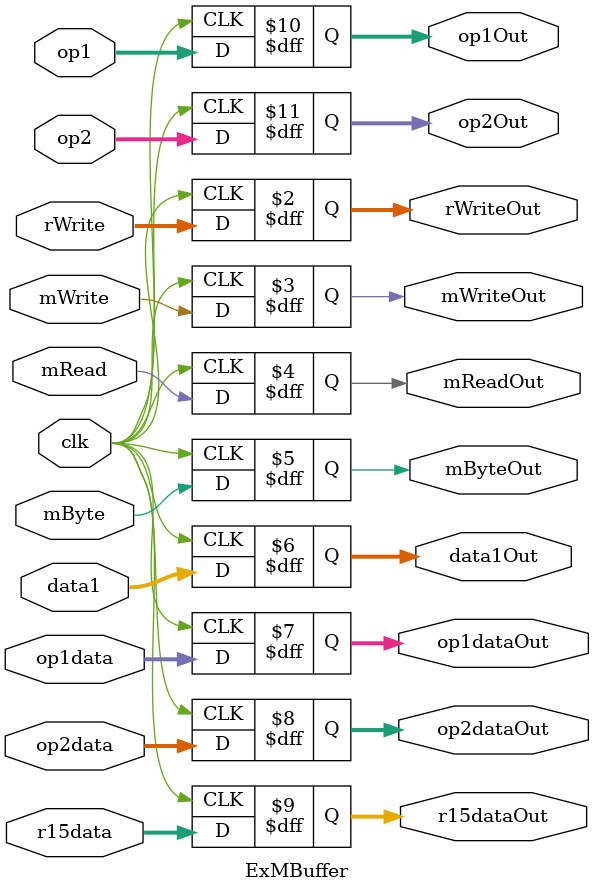
<source format=v>
/*
 * Module by Chase Jones
 */

module ExMBuffer(
	//#######
	//Inputs
	//#######
	//Writeback variables
	input [1:0] rWrite,
	//Memory variables
	input mWrite, mRead, mByte,
	input [15:0] data1, op1data, op2data, r15data,
	input [3:0] op1, op2,
	input clk,

	//#######
	//Outputs
	//#######
	//Writeback variables
	output reg [1:0] rWriteOut,
	//Memory variables
	output reg mWriteOut, mReadOut, mByteOut,	
	output reg [15:0] data1Out, op1dataOut, op2dataOut, r15dataOut,
	output reg [3:0] op1Out, op2Out
);

always@(posedge clk)
begin
	// WB	
	rWriteOut <= rWrite;
	// M
	mWriteOut <= mWrite;
	mReadOut <= mRead;
	mByteOut <= mByte;
	data1Out <= data1;
	op1dataOut <= op1data;
	op2dataOut <= op2data;
	r15dataOut <= r15data;
	op1Out <= op1;
	op2Out <= op2;
end	

endmodule

</source>
